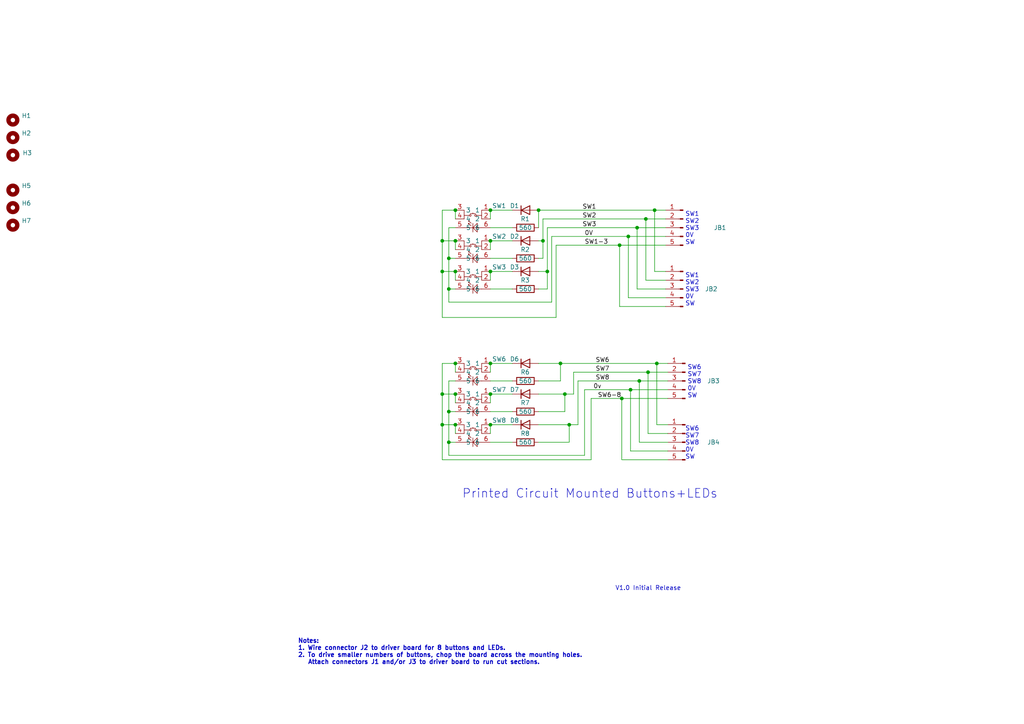
<source format=kicad_sch>
(kicad_sch (version 20211123) (generator eeschema)
  (paper "A4")
  (lib_symbols
    (symbol "Connector:Conn_01x05_Male" (pin_names (offset 1.016) hide)
      (property "Reference" "J" (at 0 7.62 0))
      (property "Value" "Conn_01x05_Male" (at 0 -7.62 0))
      (symbol "Conn_01x05_Male_1_1"
        (polyline (pts (xy 1.27 -5.08) (xy 0.8636 -5.08)) (stroke (width 0.1524)))
        (polyline (pts (xy 1.27 -2.54) (xy 0.8636 -2.54)) (stroke (width 0.1524)))
        (polyline (pts (xy 1.27 0) (xy 0.8636 0)) (stroke (width 0.1524)))
        (polyline (pts (xy 1.27 2.54) (xy 0.8636 2.54)) (stroke (width 0.1524)))
        (polyline (pts (xy 1.27 5.08) (xy 0.8636 5.08)) (stroke (width 0.1524)))
        (rectangle (start 0.8636 -4.953) (end 0 -5.207) (stroke (width 0.1524)) (fill (type outline)))
        (rectangle (start 0.8636 -2.413) (end 0 -2.667) (stroke (width 0.1524)) (fill (type outline)))
        (rectangle (start 0.8636 0.127) (end 0 -0.127) (stroke (width 0.1524)) (fill (type outline)))
        (rectangle (start 0.8636 2.667) (end 0 2.413) (stroke (width 0.1524)) (fill (type outline)))
        (rectangle (start 0.8636 5.207) (end 0 4.953) (stroke (width 0.1524)) (fill (type outline)))
        (pin passive line (at 5.08 5.08 180) (length 3.81) (name "Pin_1") (number "1"))
        (pin passive line (at 5.08 2.54 180) (length 3.81) (name "Pin_2") (number "2"))
        (pin passive line (at 5.08 0 180) (length 3.81) (name "Pin_3") (number "3"))
        (pin passive line (at 5.08 -2.54 180) (length 3.81) (name "Pin_4") (number "4"))
        (pin passive line (at 5.08 -5.08 180) (length 3.81) (name "Pin_5") (number "5"))
      )
    )
    (symbol "Device:D" (pin_numbers hide) (pin_names (offset 1.016) hide)
      (property "Reference" "D" (at 0 2.54 0))
      (property "Value" "D" (at 0 -2.54 0))
      (symbol "D_0_1"
        (polyline (pts (xy -1.27 1.27) (xy -1.27 -1.27)) (stroke (width 0.254)))
        (polyline (pts (xy 1.27 0) (xy -1.27 0)))
        (polyline (pts (xy 1.27 1.27) (xy 1.27 -1.27) (xy -1.27 0) (xy 1.27 1.27)) (stroke (width 0.254)))
      )
      (symbol "D_1_1"
        (pin passive line (at -3.81 0 0) (length 2.54) (name "K") (number "1"))
        (pin passive line (at 3.81 0 180) (length 2.54) (name "A") (number "2"))
      )
    )
    (symbol "Device:R" (pin_numbers hide) (pin_names (offset 0))
      (property "Reference" "R" (at 2.032 0 90))
      (property "Value" "R" (at 0 0 90))
      (symbol "R_0_1"
        (rectangle (start -1.016 -2.54) (end 1.016 2.54) (stroke (width 0.254)))
      )
      (symbol "R_1_1"
        (pin passive line (at 0 3.81 270) (length 1.27) (name "~") (number "1"))
        (pin passive line (at 0 -3.81 90) (length 1.27) (name "~") (number "2"))
      )
    )
    (symbol "Mechanical:MountingHole" (pin_names (offset 1.016))
      (property "Reference" "H" (at 0 5.08 0))
      (property "Value" "MountingHole" (at 0 3.175 0))
      (symbol "MountingHole_0_1"
        (circle (center 0 0) (radius 1.27) (stroke (width 1.27)))
      )
    )
    (symbol "New_Library:SW_TACT_LED"
      (property "Reference" "SW" (at 0 -6.35 0))
      (property "Value" "SW_TACT_LED" (at 0 6.35 0))
      (symbol "SW_TACT_LED_0_1"
        (circle (center -0.762 1.016) (radius 0.254))
        (polyline (pts (xy -2.54 -2.54) (xy -1.27 -2.54)))
        (polyline (pts (xy -2.54 2.54) (xy -2.54 0)))
        (polyline (pts (xy -1.27 -1.524) (xy -1.27 -1.27)))
        (polyline (pts (xy -1.27 -1.27) (xy -1.016 -1.27)))
        (polyline (pts (xy -1.016 1.016) (xy -2.54 1.016)))
        (polyline (pts (xy -0.762 1.524) (xy 0.762 1.524)))
        (polyline (pts (xy 0 -1.27) (xy 0 -3.81)))
        (polyline (pts (xy 0 1.524) (xy 0 1.778)))
        (polyline (pts (xy 0 2.54) (xy 0 2.54)))
        (polyline (pts (xy 0 2.54) (xy 0 2.54)))
        (polyline (pts (xy 0 2.54) (xy 0 2.54)))
        (polyline (pts (xy 1.016 1.016) (xy 2.54 1.016)))
        (polyline (pts (xy 2.54 -2.54) (xy -1.27 -2.54)))
        (polyline (pts (xy 2.54 2.54) (xy 2.54 0)))
        (polyline (pts (xy -0.508 -2.032) (xy -1.27 -1.27) (xy -1.27 -1.524)))
        (polyline (pts (xy 1.27 -1.27) (xy 1.27 -3.81) (xy 0 -2.54) (xy 1.27 -1.27)))
        (polyline (pts (xy -0.508 -1.27) (xy -1.27 -0.508) (xy -1.27 -0.762) (xy -1.27 -0.508) (xy -1.016 -0.508)))
        (circle (center 0.762 1.016) (radius 0.254))
      )
      (symbol "SW_TACT_LED_1_1"
        (pin input line (at 5.08 2.54 180) (length 2.54) (name "1") (number "1"))
        (pin input line (at 5.08 0 180) (length 2.54) (name "2") (number "2"))
        (pin input line (at -5.08 2.54 0) (length 2.54) (name "3") (number "3"))
        (pin input line (at -5.08 0 0) (length 2.54) (name "4") (number "4"))
        (pin input line (at -5.08 -2.54 0) (length 2.54) (name "5") (number "5"))
        (pin input line (at 5.08 -2.54 180) (length 2.54) (name "6") (number "6"))
      )
    )
    (symbol "SW_TACT_LED_1"
      (property "Reference" "SW" (at 0 -6.35 0))
      (property "Value" "SW_TACT_LED_1" (at 0 6.35 0))
      (symbol "SW_TACT_LED_1_0_1"
        (circle (center -0.762 1.016) (radius 0.254))
        (polyline (pts (xy -2.54 -2.54) (xy -1.27 -2.54)))
        (polyline (pts (xy -2.54 2.54) (xy -2.54 0)))
        (polyline (pts (xy -1.27 -1.524) (xy -1.27 -1.27)))
        (polyline (pts (xy -1.27 -1.27) (xy -1.016 -1.27)))
        (polyline (pts (xy -1.016 1.016) (xy -2.54 1.016)))
        (polyline (pts (xy -0.762 1.524) (xy 0.762 1.524)))
        (polyline (pts (xy 0 -1.27) (xy 0 -3.81)))
        (polyline (pts (xy 0 1.524) (xy 0 1.778)))
        (polyline (pts (xy 0 2.54) (xy 0 2.54)))
        (polyline (pts (xy 0 2.54) (xy 0 2.54)))
        (polyline (pts (xy 0 2.54) (xy 0 2.54)))
        (polyline (pts (xy 1.016 1.016) (xy 2.54 1.016)))
        (polyline (pts (xy 2.54 -2.54) (xy -1.27 -2.54)))
        (polyline (pts (xy 2.54 2.54) (xy 2.54 0)))
        (polyline (pts (xy -0.508 -2.032) (xy -1.27 -1.27) (xy -1.27 -1.524)))
        (polyline (pts (xy 1.27 -1.27) (xy 1.27 -3.81) (xy 0 -2.54) (xy 1.27 -1.27)))
        (polyline (pts (xy -0.508 -1.27) (xy -1.27 -0.508) (xy -1.27 -0.762) (xy -1.27 -0.508) (xy -1.016 -0.508)))
        (circle (center 0.762 1.016) (radius 0.254))
      )
      (symbol "SW_TACT_LED_1_1_1"
        (pin input line (at 5.08 2.54 180) (length 2.54) (name "1") (number "1"))
        (pin input line (at 5.08 0 180) (length 2.54) (name "2") (number "2"))
        (pin input line (at -5.08 2.54 0) (length 2.54) (name "3") (number "3"))
        (pin input line (at -5.08 0 0) (length 2.54) (name "4") (number "4"))
        (pin input line (at -5.08 -2.54 0) (length 2.54) (name "5") (number "5"))
        (pin input line (at 5.08 -2.54 180) (length 2.54) (name "6") (number "6"))
      )
    )
    (symbol "SW_TACT_LED_2"
      (property "Reference" "SW" (at 0 -6.35 0))
      (property "Value" "SW_TACT_LED_2" (at 0 6.35 0))
      (symbol "SW_TACT_LED_2_0_1"
        (circle (center -0.762 1.016) (radius 0.254))
        (polyline (pts (xy -2.54 -2.54) (xy -1.27 -2.54)))
        (polyline (pts (xy -2.54 2.54) (xy -2.54 0)))
        (polyline (pts (xy -1.27 -1.524) (xy -1.27 -1.27)))
        (polyline (pts (xy -1.27 -1.27) (xy -1.016 -1.27)))
        (polyline (pts (xy -1.016 1.016) (xy -2.54 1.016)))
        (polyline (pts (xy -0.762 1.524) (xy 0.762 1.524)))
        (polyline (pts (xy 0 -1.27) (xy 0 -3.81)))
        (polyline (pts (xy 0 1.524) (xy 0 1.778)))
        (polyline (pts (xy 0 2.54) (xy 0 2.54)))
        (polyline (pts (xy 0 2.54) (xy 0 2.54)))
        (polyline (pts (xy 0 2.54) (xy 0 2.54)))
        (polyline (pts (xy 1.016 1.016) (xy 2.54 1.016)))
        (polyline (pts (xy 2.54 -2.54) (xy -1.27 -2.54)))
        (polyline (pts (xy 2.54 2.54) (xy 2.54 0)))
        (polyline (pts (xy -0.508 -2.032) (xy -1.27 -1.27) (xy -1.27 -1.524)))
        (polyline (pts (xy 1.27 -1.27) (xy 1.27 -3.81) (xy 0 -2.54) (xy 1.27 -1.27)))
        (polyline (pts (xy -0.508 -1.27) (xy -1.27 -0.508) (xy -1.27 -0.762) (xy -1.27 -0.508) (xy -1.016 -0.508)))
        (circle (center 0.762 1.016) (radius 0.254))
      )
      (symbol "SW_TACT_LED_2_1_1"
        (pin input line (at 5.08 2.54 180) (length 2.54) (name "1") (number "1"))
        (pin input line (at 5.08 0 180) (length 2.54) (name "2") (number "2"))
        (pin input line (at -5.08 2.54 0) (length 2.54) (name "3") (number "3"))
        (pin input line (at -5.08 0 0) (length 2.54) (name "4") (number "4"))
        (pin input line (at -5.08 -2.54 0) (length 2.54) (name "5") (number "5"))
        (pin input line (at 5.08 -2.54 180) (length 2.54) (name "6") (number "6"))
      )
    )
    (symbol "SW_TACT_LED_3"
      (property "Reference" "SW" (at 0 -6.35 0))
      (property "Value" "SW_TACT_LED_3" (at 0 6.35 0))
      (symbol "SW_TACT_LED_3_0_1"
        (circle (center -0.762 1.016) (radius 0.254))
        (polyline (pts (xy -2.54 -2.54) (xy -1.27 -2.54)))
        (polyline (pts (xy -2.54 2.54) (xy -2.54 0)))
        (polyline (pts (xy -1.27 -1.524) (xy -1.27 -1.27)))
        (polyline (pts (xy -1.27 -1.27) (xy -1.016 -1.27)))
        (polyline (pts (xy -1.016 1.016) (xy -2.54 1.016)))
        (polyline (pts (xy -0.762 1.524) (xy 0.762 1.524)))
        (polyline (pts (xy 0 -1.27) (xy 0 -3.81)))
        (polyline (pts (xy 0 1.524) (xy 0 1.778)))
        (polyline (pts (xy 0 2.54) (xy 0 2.54)))
        (polyline (pts (xy 0 2.54) (xy 0 2.54)))
        (polyline (pts (xy 0 2.54) (xy 0 2.54)))
        (polyline (pts (xy 1.016 1.016) (xy 2.54 1.016)))
        (polyline (pts (xy 2.54 -2.54) (xy -1.27 -2.54)))
        (polyline (pts (xy 2.54 2.54) (xy 2.54 0)))
        (polyline (pts (xy -0.508 -2.032) (xy -1.27 -1.27) (xy -1.27 -1.524)))
        (polyline (pts (xy 1.27 -1.27) (xy 1.27 -3.81) (xy 0 -2.54) (xy 1.27 -1.27)))
        (polyline (pts (xy -0.508 -1.27) (xy -1.27 -0.508) (xy -1.27 -0.762) (xy -1.27 -0.508) (xy -1.016 -0.508)))
        (circle (center 0.762 1.016) (radius 0.254))
      )
      (symbol "SW_TACT_LED_3_1_1"
        (pin input line (at 5.08 2.54 180) (length 2.54) (name "1") (number "1"))
        (pin input line (at 5.08 0 180) (length 2.54) (name "2") (number "2"))
        (pin input line (at -5.08 2.54 0) (length 2.54) (name "3") (number "3"))
        (pin input line (at -5.08 0 0) (length 2.54) (name "4") (number "4"))
        (pin input line (at -5.08 -2.54 0) (length 2.54) (name "5") (number "5"))
        (pin input line (at 5.08 -2.54 180) (length 2.54) (name "6") (number "6"))
      )
    )
    (symbol "SW_TACT_LED_4"
      (property "Reference" "SW" (at 0 -6.35 0))
      (property "Value" "SW_TACT_LED_4" (at 0 6.35 0))
      (symbol "SW_TACT_LED_4_0_1"
        (circle (center -0.762 1.016) (radius 0.254))
        (polyline (pts (xy -2.54 -2.54) (xy -1.27 -2.54)))
        (polyline (pts (xy -2.54 2.54) (xy -2.54 0)))
        (polyline (pts (xy -1.27 -1.524) (xy -1.27 -1.27)))
        (polyline (pts (xy -1.27 -1.27) (xy -1.016 -1.27)))
        (polyline (pts (xy -1.016 1.016) (xy -2.54 1.016)))
        (polyline (pts (xy -0.762 1.524) (xy 0.762 1.524)))
        (polyline (pts (xy 0 -1.27) (xy 0 -3.81)))
        (polyline (pts (xy 0 1.524) (xy 0 1.778)))
        (polyline (pts (xy 0 2.54) (xy 0 2.54)))
        (polyline (pts (xy 0 2.54) (xy 0 2.54)))
        (polyline (pts (xy 0 2.54) (xy 0 2.54)))
        (polyline (pts (xy 1.016 1.016) (xy 2.54 1.016)))
        (polyline (pts (xy 2.54 -2.54) (xy -1.27 -2.54)))
        (polyline (pts (xy 2.54 2.54) (xy 2.54 0)))
        (polyline (pts (xy -0.508 -2.032) (xy -1.27 -1.27) (xy -1.27 -1.524)))
        (polyline (pts (xy 1.27 -1.27) (xy 1.27 -3.81) (xy 0 -2.54) (xy 1.27 -1.27)))
        (polyline (pts (xy -0.508 -1.27) (xy -1.27 -0.508) (xy -1.27 -0.762) (xy -1.27 -0.508) (xy -1.016 -0.508)))
        (circle (center 0.762 1.016) (radius 0.254))
      )
      (symbol "SW_TACT_LED_4_1_1"
        (pin input line (at 5.08 2.54 180) (length 2.54) (name "1") (number "1"))
        (pin input line (at 5.08 0 180) (length 2.54) (name "2") (number "2"))
        (pin input line (at -5.08 2.54 0) (length 2.54) (name "3") (number "3"))
        (pin input line (at -5.08 0 0) (length 2.54) (name "4") (number "4"))
        (pin input line (at -5.08 -2.54 0) (length 2.54) (name "5") (number "5"))
        (pin input line (at 5.08 -2.54 180) (length 2.54) (name "6") (number "6"))
      )
    )
    (symbol "SW_TACT_LED_5"
      (property "Reference" "SW" (at 0 -6.35 0))
      (property "Value" "SW_TACT_LED_5" (at 0 6.35 0))
      (symbol "SW_TACT_LED_5_0_1"
        (circle (center -0.762 1.016) (radius 0.254))
        (polyline (pts (xy -2.54 -2.54) (xy -1.27 -2.54)))
        (polyline (pts (xy -2.54 2.54) (xy -2.54 0)))
        (polyline (pts (xy -1.27 -1.524) (xy -1.27 -1.27)))
        (polyline (pts (xy -1.27 -1.27) (xy -1.016 -1.27)))
        (polyline (pts (xy -1.016 1.016) (xy -2.54 1.016)))
        (polyline (pts (xy -0.762 1.524) (xy 0.762 1.524)))
        (polyline (pts (xy 0 -1.27) (xy 0 -3.81)))
        (polyline (pts (xy 0 1.524) (xy 0 1.778)))
        (polyline (pts (xy 0 2.54) (xy 0 2.54)))
        (polyline (pts (xy 0 2.54) (xy 0 2.54)))
        (polyline (pts (xy 0 2.54) (xy 0 2.54)))
        (polyline (pts (xy 1.016 1.016) (xy 2.54 1.016)))
        (polyline (pts (xy 2.54 -2.54) (xy -1.27 -2.54)))
        (polyline (pts (xy 2.54 2.54) (xy 2.54 0)))
        (polyline (pts (xy -0.508 -2.032) (xy -1.27 -1.27) (xy -1.27 -1.524)))
        (polyline (pts (xy 1.27 -1.27) (xy 1.27 -3.81) (xy 0 -2.54) (xy 1.27 -1.27)))
        (polyline (pts (xy -0.508 -1.27) (xy -1.27 -0.508) (xy -1.27 -0.762) (xy -1.27 -0.508) (xy -1.016 -0.508)))
        (circle (center 0.762 1.016) (radius 0.254))
      )
      (symbol "SW_TACT_LED_5_1_1"
        (pin input line (at 5.08 2.54 180) (length 2.54) (name "1") (number "1"))
        (pin input line (at 5.08 0 180) (length 2.54) (name "2") (number "2"))
        (pin input line (at -5.08 2.54 0) (length 2.54) (name "3") (number "3"))
        (pin input line (at -5.08 0 0) (length 2.54) (name "4") (number "4"))
        (pin input line (at -5.08 -2.54 0) (length 2.54) (name "5") (number "5"))
        (pin input line (at 5.08 -2.54 180) (length 2.54) (name "6") (number "6"))
      )
    )
  )
  (junction (at 130.175 74.93))
  (junction (at 128.27 78.74))
  (junction (at 142.24 114.3))
  (junction (at 165.1 123.19))
  (junction (at 157.48 69.85))
  (junction (at 156.21 60.96))
  (junction (at 142.24 69.85))
  (junction (at 182.88 113.03))
  (junction (at 189.865 60.96))
  (junction (at 163.83 114.3))
  (junction (at 142.24 123.19))
  (junction (at 142.24 60.96))
  (junction (at 132.08 105.41))
  (junction (at 128.27 114.3))
  (junction (at 132.08 78.74))
  (junction (at 190.5 105.41))
  (junction (at 162.56 105.41))
  (junction (at 185.42 110.49))
  (junction (at 142.24 105.41))
  (junction (at 132.08 60.96))
  (junction (at 132.08 114.3))
  (junction (at 128.27 123.19))
  (junction (at 130.175 119.38))
  (junction (at 179.705 71.12))
  (junction (at 132.08 123.19))
  (junction (at 158.75 78.74))
  (junction (at 142.24 78.74))
  (junction (at 132.08 69.85))
  (junction (at 187.325 63.5))
  (junction (at 184.785 66.04))
  (junction (at 180.34 115.57))
  (junction (at 130.175 83.82))
  (junction (at 128.27 69.85))
  (junction (at 130.175 128.27))
  (junction (at 187.96 107.95))
  (junction (at 182.245 68.58))
  (wire (pts (xy 166.37 107.95) (xy 166.37 114.3)))
  (wire (pts (xy 182.245 86.36) (xy 182.245 68.58)))
  (wire (pts (xy 193.04 81.28) (xy 187.325 81.28)))
  (wire (pts (xy 165.1 123.19) (xy 165.1 128.27)))
  (wire (pts (xy 169.545 113.03) (xy 169.545 132.08)))
  (wire (pts (xy 132.08 105.41) (xy 132.08 107.95)))
  (wire (pts (xy 130.175 119.38) (xy 132.08 119.38)))
  (wire (pts (xy 130.175 74.93) (xy 132.08 74.93)))
  (wire (pts (xy 180.34 133.35) (xy 180.34 115.57)))
  (wire (pts (xy 128.27 133.35) (xy 171.45 133.35)))
  (wire (pts (xy 161.29 71.12) (xy 161.29 92.075)))
  (wire (pts (xy 130.175 110.49) (xy 132.08 110.49)))
  (wire (pts (xy 128.27 69.85) (xy 128.27 78.74)))
  (wire (pts (xy 128.27 114.3) (xy 132.08 114.3)))
  (wire (pts (xy 142.24 83.82) (xy 148.59 83.82)))
  (wire (pts (xy 156.21 114.3) (xy 163.83 114.3)))
  (wire (pts (xy 132.08 60.96) (xy 132.08 63.5)))
  (wire (pts (xy 156.21 123.19) (xy 165.1 123.19)))
  (wire (pts (xy 162.56 105.41) (xy 190.5 105.41)))
  (wire (pts (xy 189.865 60.96) (xy 193.04 60.96)))
  (wire (pts (xy 167.64 123.19) (xy 165.1 123.19)))
  (wire (pts (xy 142.24 60.96) (xy 148.59 60.96)))
  (wire (pts (xy 167.64 110.49) (xy 185.42 110.49)))
  (wire (pts (xy 156.21 60.96) (xy 189.865 60.96)))
  (wire (pts (xy 163.83 119.38) (xy 163.83 114.3)))
  (wire (pts (xy 142.24 128.27) (xy 148.59 128.27)))
  (wire (pts (xy 142.24 123.19) (xy 148.59 123.19)))
  (wire (pts (xy 132.08 78.74) (xy 132.08 81.28)))
  (wire (pts (xy 130.175 128.27) (xy 132.08 128.27)))
  (wire (pts (xy 160.02 87.63) (xy 130.175 87.63)))
  (wire (pts (xy 160.02 68.58) (xy 160.02 87.63)))
  (wire (pts (xy 185.42 110.49) (xy 193.675 110.49)))
  (wire (pts (xy 193.675 123.19) (xy 190.5 123.19)))
  (wire (pts (xy 128.27 60.96) (xy 128.27 69.85)))
  (wire (pts (xy 130.175 74.93) (xy 130.175 66.04)))
  (wire (pts (xy 130.175 83.82) (xy 132.08 83.82)))
  (wire (pts (xy 180.34 115.57) (xy 193.675 115.57)))
  (wire (pts (xy 171.45 115.57) (xy 180.34 115.57)))
  (wire (pts (xy 142.24 74.93) (xy 148.59 74.93)))
  (wire (pts (xy 190.5 105.41) (xy 193.675 105.41)))
  (wire (pts (xy 156.21 69.85) (xy 157.48 69.85)))
  (wire (pts (xy 130.175 83.82) (xy 130.175 74.93)))
  (wire (pts (xy 142.24 60.96) (xy 142.24 63.5)))
  (wire (pts (xy 156.21 78.74) (xy 158.75 78.74)))
  (wire (pts (xy 184.785 66.04) (xy 193.04 66.04)))
  (wire (pts (xy 187.325 63.5) (xy 187.325 81.28)))
  (wire (pts (xy 130.175 66.04) (xy 132.08 66.04)))
  (wire (pts (xy 158.75 66.04) (xy 184.785 66.04)))
  (wire (pts (xy 193.04 78.74) (xy 189.865 78.74)))
  (wire (pts (xy 158.75 78.74) (xy 158.75 83.82)))
  (wire (pts (xy 142.24 69.85) (xy 142.24 72.39)))
  (wire (pts (xy 156.21 74.93) (xy 157.48 74.93)))
  (wire (pts (xy 128.27 105.41) (xy 128.27 114.3)))
  (wire (pts (xy 157.48 63.5) (xy 187.325 63.5)))
  (wire (pts (xy 142.24 114.3) (xy 148.59 114.3)))
  (wire (pts (xy 157.48 63.5) (xy 157.48 69.85)))
  (wire (pts (xy 156.21 105.41) (xy 162.56 105.41)))
  (wire (pts (xy 130.175 87.63) (xy 130.175 83.82)))
  (wire (pts (xy 132.715 69.85) (xy 132.08 69.85)))
  (wire (pts (xy 142.24 119.38) (xy 148.59 119.38)))
  (wire (pts (xy 156.21 128.27) (xy 165.1 128.27)))
  (wire (pts (xy 157.48 69.85) (xy 157.48 74.93)))
  (wire (pts (xy 142.24 78.74) (xy 142.24 81.28)))
  (wire (pts (xy 142.24 78.74) (xy 148.59 78.74)))
  (wire (pts (xy 128.27 92.075) (xy 128.27 78.74)))
  (wire (pts (xy 187.96 107.95) (xy 166.37 107.95)))
  (wire (pts (xy 161.29 71.12) (xy 179.705 71.12)))
  (wire (pts (xy 142.24 110.49) (xy 148.59 110.49)))
  (wire (pts (xy 130.175 132.08) (xy 169.545 132.08)))
  (wire (pts (xy 142.24 105.41) (xy 148.59 105.41)))
  (wire (pts (xy 132.08 114.3) (xy 132.08 116.84)))
  (wire (pts (xy 167.64 123.19) (xy 167.64 110.49)))
  (wire (pts (xy 132.08 69.85) (xy 132.08 72.39)))
  (wire (pts (xy 130.175 119.38) (xy 130.175 110.49)))
  (wire (pts (xy 132.08 69.85) (xy 128.27 69.85)))
  (wire (pts (xy 180.34 133.35) (xy 193.675 133.35)))
  (wire (pts (xy 187.96 107.95) (xy 187.96 125.73)))
  (wire (pts (xy 132.08 60.96) (xy 128.27 60.96)))
  (wire (pts (xy 193.04 83.82) (xy 184.785 83.82)))
  (wire (pts (xy 128.27 123.19) (xy 128.27 133.35)))
  (wire (pts (xy 190.5 123.19) (xy 190.5 105.41)))
  (wire (pts (xy 128.27 123.19) (xy 132.08 123.19)))
  (wire (pts (xy 189.865 78.74) (xy 189.865 60.96)))
  (wire (pts (xy 142.24 114.3) (xy 142.24 116.84)))
  (wire (pts (xy 193.675 130.81) (xy 182.88 130.81)))
  (wire (pts (xy 182.88 113.03) (xy 169.545 113.03)))
  (wire (pts (xy 142.24 66.04) (xy 148.59 66.04)))
  (wire (pts (xy 182.245 68.58) (xy 193.04 68.58)))
  (wire (pts (xy 187.325 63.5) (xy 193.04 63.5)))
  (wire (pts (xy 162.56 105.41) (xy 162.56 110.49)))
  (wire (pts (xy 179.705 88.9) (xy 193.04 88.9)))
  (wire (pts (xy 156.21 60.96) (xy 156.21 66.04)))
  (wire (pts (xy 184.785 83.82) (xy 184.785 66.04)))
  (wire (pts (xy 163.83 114.3) (xy 166.37 114.3)))
  (wire (pts (xy 179.705 88.9) (xy 179.705 71.12)))
  (wire (pts (xy 142.24 69.85) (xy 148.59 69.85)))
  (wire (pts (xy 156.21 110.49) (xy 162.56 110.49)))
  (wire (pts (xy 128.27 78.74) (xy 132.08 78.74)))
  (wire (pts (xy 185.42 128.27) (xy 185.42 110.49)))
  (wire (pts (xy 142.24 123.19) (xy 142.24 125.73)))
  (wire (pts (xy 179.705 71.12) (xy 193.04 71.12)))
  (wire (pts (xy 193.04 86.36) (xy 182.245 86.36)))
  (wire (pts (xy 130.175 128.27) (xy 130.175 119.38)))
  (wire (pts (xy 132.08 123.19) (xy 132.08 125.73)))
  (wire (pts (xy 182.88 130.81) (xy 182.88 113.03)))
  (wire (pts (xy 142.24 105.41) (xy 142.24 107.95)))
  (wire (pts (xy 128.27 114.3) (xy 128.27 123.19)))
  (wire (pts (xy 193.675 128.27) (xy 185.42 128.27)))
  (wire (pts (xy 161.29 92.075) (xy 128.27 92.075)))
  (wire (pts (xy 160.02 68.58) (xy 182.245 68.58)))
  (wire (pts (xy 193.675 107.95) (xy 187.96 107.95)))
  (wire (pts (xy 158.75 66.04) (xy 158.75 78.74)))
  (wire (pts (xy 128.27 105.41) (xy 132.08 105.41)))
  (wire (pts (xy 171.45 133.35) (xy 171.45 115.57)))
  (wire (pts (xy 193.675 113.03) (xy 182.88 113.03)))
  (wire (pts (xy 156.21 119.38) (xy 163.83 119.38)))
  (wire (pts (xy 130.175 128.27) (xy 130.175 132.08)))
  (wire (pts (xy 156.21 83.82) (xy 158.75 83.82)))
  (wire (pts (xy 193.675 125.73) (xy 187.96 125.73)))
  (text "SW6\nSW7\nSW8\n0V\nSW" (at 199.39 115.57 0) (effects (font (size 1.27 1.27)) (justify left bottom)))
  (text "V1.0 Initial Release" (at 178.435 171.45 0) (effects (font (size 1.27 1.27)) (justify left bottom)))
  (text "SW1\nSW2\nSW3\n0V\nSW" (at 198.755 88.9 0) (effects (font (size 1.27 1.27)) (justify left bottom)))
  (text "SW1\nSW2\nSW3\n0V\nSW" (at 198.755 71.12 0) (effects (font (size 1.27 1.27)) (justify left bottom)))
  (text "SW6\nSW7\nSW8\n0V\nSW" (at 198.755 133.35 0) (effects (font (size 1.27 1.27)) (justify left bottom)))
  (text "Printed Circuit Mounted Buttons+LEDs" (at 133.985 144.78 0) (effects (font (size 2.54 2.54)) (justify left bottom)))
  (text "Notes:\n1. Wire connector J2 to driver board for 8 buttons and LEDs.\n2. To drive smaller numbers of buttons, chop the board across the mounting holes.\n   Attach connectors J1 and/or J3 to driver board to run cut sections.\n   \n" (at 86.36 194.945 0) (effects (font (size 1.27 1.27) (thickness 0.254) bold) (justify left bottom)))
  (label "0V" (at 169.545 68.58 0))
  (label "SW3" (at 168.91 66.04 0))
  (label "SW7" (at 172.72 107.95 0))
  (label "SW1" (at 168.91 60.96 0))
  (label "SW1-3" (at 169.545 71.12 0))
  (label "SW6" (at 172.72 105.41 0))
  (label "SW2" (at 168.91 63.5 0))
  (label "0v" (at 172.085 113.03 0))
  (label "SW6-8" (at 173.355 115.57 0))
  (label "SW8" (at 172.72 110.49 0))
  (symbol (lib_id "Connector:Conn_01x05_Male") (at 198.755 110.49 0) (mirror y) (unit 1)
    (property "Reference" "JB3" (at 205.105 110.49 0) (effects (justify right)))
    (property "Value" "Conn_01x05_Male" (effects hide))
    (property "Footprint" "Connector_PinHeader_2.54mm:PinHeader_1x05_P2.54mm_Vertical" (effects hide))
  )
  (symbol (lib_id "Device:R") (at 152.4 128.27 90) (unit 1)
    (property "Reference" "R8" (at 153.67 125.73 90) (effects (justify left)))
    (property "Value" "560" (at 154.305 128.27 90) (effects (justify left)))
    (property "Footprint" "Resistor_SMD:R_0805_2012Metric_Pad1.20x1.40mm_HandSolder" (effects hide))
  )
  (symbol (lib_name "SW_TACT_LED_2") (lib_id "New_Library:SW_TACT_LED") (at 137.16 72.39 0) (unit 1)
    (property "Reference" "SW2" (at 144.78 68.58 0))
    (property "Value" "SW_TACT_LED" (effects hide))
    (property "Footprint" "New_Library_fp:TS12_TS27" (effects hide))
  )
  (symbol (lib_id "Device:D") (at 152.4 105.41 0) (unit 1)
    (property "Reference" "D6" (at 149.225 104.14 0))
    (property "Value" "1N4148" (effects hide))
    (property "Footprint" "Diode_SMD:D_SOD-123" (effects hide))
  )
  (symbol (lib_id "Device:R") (at 152.4 66.04 90) (unit 1)
    (property "Reference" "R1" (at 153.67 63.5 90) (effects (justify left)))
    (property "Value" "560" (at 154.305 66.04 90) (effects (justify left)))
    (property "Footprint" "Resistor_SMD:R_0805_2012Metric_Pad1.20x1.40mm_HandSolder" (effects hide))
  )
  (symbol (lib_name "SW_TACT_LED_5") (lib_id "New_Library:SW_TACT_LED") (at 137.16 63.5 0) (unit 1)
    (property "Reference" "SW1" (at 144.78 59.69 0))
    (property "Value" "SW_TACT_LED" (effects hide))
    (property "Footprint" "New_Library_fp:TS12_TS27" (effects hide))
  )
  (symbol (lib_name "SW_TACT_LED_1") (lib_id "New_Library:SW_TACT_LED") (at 137.16 81.28 0) (unit 1)
    (property "Reference" "SW3" (at 144.78 77.47 0))
    (property "Value" "SW_TACT_LED" (effects hide))
    (property "Footprint" "New_Library_fp:TS12_TS27" (effects hide))
  )
  (symbol (lib_id "Mechanical:MountingHole") (at 3.7338 44.9834 0) (unit 1)
    (property "Reference" "H3" (at 6.5278 44.3484 0) (effects (justify left)))
    (property "Value" "MountingHole" (effects hide))
    (property "Footprint" "MountingHole:MountingHole_2.7mm_M2.5" (effects hide))
  )
  (symbol (lib_id "New_Library:SW_TACT_LED") (at 137.16 116.84 0) (unit 1)
    (property "Reference" "SW7" (at 144.78 113.03 0))
    (property "Value" "SW_TACT_LED" (effects hide))
    (property "Footprint" "New_Library_fp:TS12_TS27" (effects hide))
  )
  (symbol (lib_id "Device:D") (at 152.4 69.85 0) (unit 1)
    (property "Reference" "D2" (at 149.225 68.58 0))
    (property "Value" "1N4148" (effects hide))
    (property "Footprint" "Diode_SMD:D_SOD-123" (effects hide))
  )
  (symbol (lib_id "Mechanical:MountingHole") (at 3.7338 55.1434 0) (unit 1)
    (property "Reference" "H5" (at 6.2738 53.8733 0) (effects (justify left)))
    (property "Value" "MountingHole" (effects hide))
    (property "Footprint" "MountingHole:MountingHole_2.7mm_M2.5" (effects hide))
  )
  (symbol (lib_id "Device:R") (at 152.4 119.38 90) (unit 1)
    (property "Reference" "R7" (at 153.67 116.84 90) (effects (justify left)))
    (property "Value" "560" (at 154.305 119.38 90) (effects (justify left)))
    (property "Footprint" "Resistor_SMD:R_0805_2012Metric_Pad1.20x1.40mm_HandSolder" (effects hide))
  )
  (symbol (lib_id "Device:D") (at 152.4 114.3 0) (unit 1)
    (property "Reference" "D7" (at 149.225 113.03 0))
    (property "Value" "1N4148" (effects hide))
    (property "Footprint" "Diode_SMD:D_SOD-123" (effects hide))
  )
  (symbol (lib_id "Connector:Conn_01x05_Male") (at 198.12 66.04 0) (mirror y) (unit 1)
    (property "Reference" "JB1" (at 207.01 66.0399 0) (effects (justify right)))
    (property "Value" "Conn_01x05_Male" (effects hide))
    (property "Footprint" "Connector_PinHeader_2.54mm:PinHeader_1x05_P2.54mm_Vertical" (effects hide))
  )
  (symbol (lib_id "Device:D") (at 152.4 60.96 0) (unit 1)
    (property "Reference" "D1" (at 149.225 59.69 0))
    (property "Value" "1N4148" (effects hide))
    (property "Footprint" "Diode_SMD:D_SOD-123" (effects hide))
  )
  (symbol (lib_id "Device:R") (at 152.4 83.82 90) (unit 1)
    (property "Reference" "R3" (at 153.67 81.28 90) (effects (justify left)))
    (property "Value" "560" (at 154.305 83.82 90) (effects (justify left)))
    (property "Footprint" "Resistor_SMD:R_0805_2012Metric_Pad1.20x1.40mm_HandSolder" (effects hide))
  )
  (symbol (lib_id "Device:R") (at 152.4 74.93 90) (unit 1)
    (property "Reference" "R2" (at 153.67 72.39 90) (effects (justify left)))
    (property "Value" "560" (at 154.305 74.93 90) (effects (justify left)))
    (property "Footprint" "Resistor_SMD:R_0805_2012Metric_Pad1.20x1.40mm_HandSolder" (effects hide))
  )
  (symbol (lib_id "Connector:Conn_01x05_Male") (at 198.12 83.82 0) (mirror y) (unit 1)
    (property "Reference" "JB2" (at 204.47 83.82 0) (effects (justify right)))
    (property "Value" "Conn_01x05_Male" (effects hide))
    (property "Footprint" "Connector_PinHeader_2.54mm:PinHeader_1x05_P2.54mm_Vertical" (effects hide))
  )
  (symbol (lib_id "Device:D") (at 152.4 78.74 0) (unit 1)
    (property "Reference" "D3" (at 149.225 77.47 0))
    (property "Value" "1N4148" (effects hide))
    (property "Footprint" "Diode_SMD:D_SOD-123" (effects hide))
  )
  (symbol (lib_id "Device:R") (at 152.4 110.49 90) (unit 1)
    (property "Reference" "R6" (at 153.67 107.95 90) (effects (justify left)))
    (property "Value" "560" (at 154.305 110.49 90) (effects (justify left)))
    (property "Footprint" "Resistor_SMD:R_0805_2012Metric_Pad1.20x1.40mm_HandSolder" (effects hide))
  )
  (symbol (lib_name "SW_TACT_LED_4") (lib_id "New_Library:SW_TACT_LED") (at 137.16 107.95 0) (unit 1)
    (property "Reference" "SW6" (at 144.78 104.14 0))
    (property "Value" "SW_TACT_LED" (effects hide))
    (property "Footprint" "New_Library_fp:TS12_TS27" (effects hide))
  )
  (symbol (lib_name "SW_TACT_LED_3") (lib_id "New_Library:SW_TACT_LED") (at 137.16 125.73 0) (unit 1)
    (property "Reference" "SW8" (at 144.78 121.92 0))
    (property "Value" "SW_TACT_LED" (effects hide))
    (property "Footprint" "New_Library_fp:TS12_TS27" (effects hide))
  )
  (symbol (lib_id "Mechanical:MountingHole") (at 3.7338 65.3034 0) (unit 1)
    (property "Reference" "H7" (at 6.2738 64.0333 0) (effects (justify left)))
    (property "Value" "MountingHole" (effects hide))
    (property "Footprint" "MountingHole:MountingHole_2.7mm_M2.5" (effects hide))
  )
  (symbol (lib_id "Device:D") (at 152.4 123.19 0) (unit 1)
    (property "Reference" "D8" (at 149.225 121.92 0))
    (property "Value" "1N4148" (effects hide))
    (property "Footprint" "Diode_SMD:D_SOD-123" (effects hide))
  )
  (symbol (lib_id "Mechanical:MountingHole") (at 3.7338 60.2234 0) (unit 1)
    (property "Reference" "H6" (at 6.2738 58.9534 0) (effects (justify left)))
    (property "Value" "MountingHole" (effects hide))
    (property "Footprint" "MountingHole:MountingHole_2.7mm_M2.5" (effects hide))
  )
  (symbol (lib_id "Mechanical:MountingHole") (at 3.7338 34.8234 0) (unit 1)
    (property "Reference" "H1" (at 6.2738 33.5533 0) (effects (justify left)))
    (property "Value" "MountingHole" (effects hide))
    (property "Footprint" "MountingHole:MountingHole_2.7mm_M2.5" (effects hide))
  )
  (symbol (lib_id "Connector:Conn_01x05_Male") (at 198.755 128.27 0) (mirror y) (unit 1)
    (property "Reference" "JB4" (at 205.105 128.27 0) (effects (justify right)))
    (property "Value" "Conn_01x05_Male" (effects hide))
    (property "Footprint" "Connector_PinHeader_2.54mm:PinHeader_1x05_P2.54mm_Vertical" (effects hide))
  )
  (symbol (lib_id "Mechanical:MountingHole") (at 3.7338 39.9034 0) (unit 1)
    (property "Reference" "H2" (at 6.2738 38.6333 0) (effects (justify left)))
    (property "Value" "MountingHole" (effects hide))
    (property "Footprint" "MountingHole:MountingHole_2.7mm_M2.5" (effects hide))
  )
)
</source>
